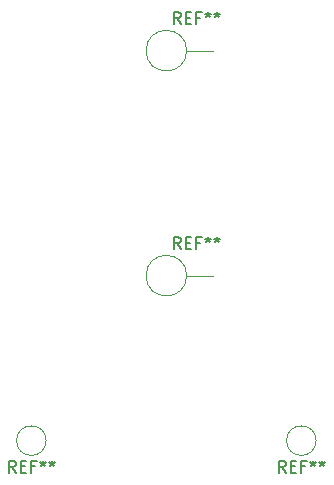
<source format=gbr>
G04 #@! TF.GenerationSoftware,KiCad,Pcbnew,(5.1.5)-1*
G04 #@! TF.CreationDate,2021-09-15T09:01:54+02:00*
G04 #@! TF.ProjectId,protest1,70726f74-6573-4743-912e-6b696361645f,rev?*
G04 #@! TF.SameCoordinates,PX59a0560PY71d9820*
G04 #@! TF.FileFunction,Legend,Top*
G04 #@! TF.FilePolarity,Positive*
%FSLAX46Y46*%
G04 Gerber Fmt 4.6, Leading zero omitted, Abs format (unit mm)*
G04 Created by KiCad (PCBNEW (5.1.5)-1) date 2021-09-15 09:01:54*
%MOMM*%
%LPD*%
G04 APERTURE LIST*
%ADD10C,0.120000*%
%ADD11C,0.150000*%
G04 APERTURE END LIST*
D10*
X36811000Y10160000D02*
G75*
G03X36811000Y10160000I-1251000J0D01*
G01*
X13951000Y10160000D02*
G75*
G03X13951000Y10160000I-1251000J0D01*
G01*
X25850000Y24130000D02*
G75*
G03X25850000Y24130000I-1720000J0D01*
G01*
X25850000Y24130000D02*
X28110000Y24130000D01*
X25850000Y43180000D02*
X28110000Y43180000D01*
X25850000Y43180000D02*
G75*
G03X25850000Y43180000I-1720000J0D01*
G01*
D11*
X34226666Y7457620D02*
X33893333Y7933810D01*
X33655238Y7457620D02*
X33655238Y8457620D01*
X34036190Y8457620D01*
X34131428Y8410000D01*
X34179047Y8362381D01*
X34226666Y8267143D01*
X34226666Y8124286D01*
X34179047Y8029048D01*
X34131428Y7981429D01*
X34036190Y7933810D01*
X33655238Y7933810D01*
X34655238Y7981429D02*
X34988571Y7981429D01*
X35131428Y7457620D02*
X34655238Y7457620D01*
X34655238Y8457620D01*
X35131428Y8457620D01*
X35893333Y7981429D02*
X35560000Y7981429D01*
X35560000Y7457620D02*
X35560000Y8457620D01*
X36036190Y8457620D01*
X36560000Y8457620D02*
X36560000Y8219524D01*
X36321904Y8314762D02*
X36560000Y8219524D01*
X36798095Y8314762D01*
X36417142Y8029048D02*
X36560000Y8219524D01*
X36702857Y8029048D01*
X37321904Y8457620D02*
X37321904Y8219524D01*
X37083809Y8314762D02*
X37321904Y8219524D01*
X37560000Y8314762D01*
X37179047Y8029048D02*
X37321904Y8219524D01*
X37464761Y8029048D01*
X11366666Y7457620D02*
X11033333Y7933810D01*
X10795238Y7457620D02*
X10795238Y8457620D01*
X11176190Y8457620D01*
X11271428Y8410000D01*
X11319047Y8362381D01*
X11366666Y8267143D01*
X11366666Y8124286D01*
X11319047Y8029048D01*
X11271428Y7981429D01*
X11176190Y7933810D01*
X10795238Y7933810D01*
X11795238Y7981429D02*
X12128571Y7981429D01*
X12271428Y7457620D02*
X11795238Y7457620D01*
X11795238Y8457620D01*
X12271428Y8457620D01*
X13033333Y7981429D02*
X12700000Y7981429D01*
X12700000Y7457620D02*
X12700000Y8457620D01*
X13176190Y8457620D01*
X13700000Y8457620D02*
X13700000Y8219524D01*
X13461904Y8314762D02*
X13700000Y8219524D01*
X13938095Y8314762D01*
X13557142Y8029048D02*
X13700000Y8219524D01*
X13842857Y8029048D01*
X14461904Y8457620D02*
X14461904Y8219524D01*
X14223809Y8314762D02*
X14461904Y8219524D01*
X14700000Y8314762D01*
X14319047Y8029048D02*
X14461904Y8219524D01*
X14604761Y8029048D01*
X25336666Y26397620D02*
X25003333Y26873810D01*
X24765238Y26397620D02*
X24765238Y27397620D01*
X25146190Y27397620D01*
X25241428Y27350000D01*
X25289047Y27302381D01*
X25336666Y27207143D01*
X25336666Y27064286D01*
X25289047Y26969048D01*
X25241428Y26921429D01*
X25146190Y26873810D01*
X24765238Y26873810D01*
X25765238Y26921429D02*
X26098571Y26921429D01*
X26241428Y26397620D02*
X25765238Y26397620D01*
X25765238Y27397620D01*
X26241428Y27397620D01*
X27003333Y26921429D02*
X26670000Y26921429D01*
X26670000Y26397620D02*
X26670000Y27397620D01*
X27146190Y27397620D01*
X27670000Y27397620D02*
X27670000Y27159524D01*
X27431904Y27254762D02*
X27670000Y27159524D01*
X27908095Y27254762D01*
X27527142Y26969048D02*
X27670000Y27159524D01*
X27812857Y26969048D01*
X28431904Y27397620D02*
X28431904Y27159524D01*
X28193809Y27254762D02*
X28431904Y27159524D01*
X28670000Y27254762D01*
X28289047Y26969048D02*
X28431904Y27159524D01*
X28574761Y26969048D01*
X25336666Y45447620D02*
X25003333Y45923810D01*
X24765238Y45447620D02*
X24765238Y46447620D01*
X25146190Y46447620D01*
X25241428Y46400000D01*
X25289047Y46352381D01*
X25336666Y46257143D01*
X25336666Y46114286D01*
X25289047Y46019048D01*
X25241428Y45971429D01*
X25146190Y45923810D01*
X24765238Y45923810D01*
X25765238Y45971429D02*
X26098571Y45971429D01*
X26241428Y45447620D02*
X25765238Y45447620D01*
X25765238Y46447620D01*
X26241428Y46447620D01*
X27003333Y45971429D02*
X26670000Y45971429D01*
X26670000Y45447620D02*
X26670000Y46447620D01*
X27146190Y46447620D01*
X27670000Y46447620D02*
X27670000Y46209524D01*
X27431904Y46304762D02*
X27670000Y46209524D01*
X27908095Y46304762D01*
X27527142Y46019048D02*
X27670000Y46209524D01*
X27812857Y46019048D01*
X28431904Y46447620D02*
X28431904Y46209524D01*
X28193809Y46304762D02*
X28431904Y46209524D01*
X28670000Y46304762D01*
X28289047Y46019048D02*
X28431904Y46209524D01*
X28574761Y46019048D01*
M02*

</source>
